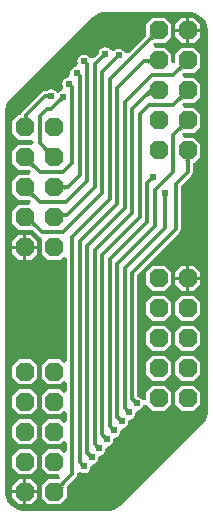
<source format=gtl>
G04*
G04 #@! TF.GenerationSoftware,Altium Limited,Altium Designer,19.1.9 (167)*
G04*
G04 Layer_Physical_Order=1*
G04 Layer_Color=255*
%FSLAX25Y25*%
%MOIN*%
G70*
G01*
G75*
%ADD12C,0.01200*%
%ADD13P,0.06818X8X112.5*%
%ADD14C,0.02400*%
G36*
X64833Y167440D02*
X65969Y166969D01*
X66991Y166286D01*
X67861Y165417D01*
X68544Y164394D01*
X69015Y163258D01*
X69254Y162052D01*
Y161437D01*
X69254Y34777D01*
Y34163D01*
X69015Y32956D01*
X68544Y31820D01*
X67861Y30798D01*
X67426Y30363D01*
X40543Y3479D01*
X40108Y3045D01*
X39085Y2362D01*
X37949Y1891D01*
X36743Y1651D01*
X7894D01*
X7279Y1651D01*
X6073Y1891D01*
X4937Y2362D01*
X3914Y3045D01*
X3045Y3914D01*
X2362Y4937D01*
X1891Y6073D01*
X1651Y7279D01*
X1651Y7894D01*
Y134553D01*
X1651Y135168D01*
X1891Y136374D01*
X2362Y137510D01*
X3045Y138533D01*
X3479Y138968D01*
X30363Y165851D01*
X30798Y166286D01*
X31820Y166969D01*
X32956Y167440D01*
X34163Y167680D01*
X34777Y167680D01*
X63627D01*
X64833Y167440D01*
D02*
G37*
%LPC*%
G36*
X64660Y165881D02*
X63085D01*
Y162232D01*
X66735D01*
Y163806D01*
X64660Y165881D01*
D02*
G37*
G36*
X62085D02*
X60511D01*
X58436Y163806D01*
Y162232D01*
X62085D01*
Y165881D01*
D02*
G37*
G36*
X66735Y161232D02*
X63085D01*
Y157582D01*
X64660D01*
X66735Y159657D01*
Y161232D01*
D02*
G37*
G36*
X62085D02*
X58436D01*
Y159657D01*
X60511Y157582D01*
X62085D01*
Y161232D01*
D02*
G37*
G36*
X54909Y165882D02*
X50760D01*
X48685Y163807D01*
Y159847D01*
X42857Y154019D01*
X41848Y154189D01*
X41503Y154362D01*
X41105Y154959D01*
X40377Y155446D01*
X39518Y155616D01*
X38660Y155446D01*
X38167Y155116D01*
X37817Y154991D01*
X36714Y155296D01*
X36605Y155459D01*
X35877Y155946D01*
X35018Y156116D01*
X34160Y155946D01*
X33432Y155459D01*
X32946Y154732D01*
X32793Y153962D01*
X32787Y153953D01*
X32763Y153925D01*
X31274Y152436D01*
X31032Y152394D01*
X29803Y152662D01*
X29605Y152960D01*
X28877Y153446D01*
X28018Y153616D01*
X27160Y153446D01*
X26432Y152960D01*
X25946Y152232D01*
X25775Y151373D01*
X25896Y150765D01*
X25725Y150245D01*
X25152Y149544D01*
X24660Y149446D01*
X23932Y148960D01*
X23446Y148232D01*
X23275Y147373D01*
X23293Y147285D01*
X23067Y146324D01*
X22419Y145997D01*
X22160Y145946D01*
X21432Y145459D01*
X20946Y144732D01*
X20775Y143873D01*
X20946Y143015D01*
X21113Y142766D01*
X21102Y142640D01*
X20573Y141528D01*
X20160Y141446D01*
X20013Y141347D01*
X19432Y140960D01*
X18410Y141589D01*
X17877Y141946D01*
X17018Y142116D01*
X16160Y141946D01*
X15507Y141509D01*
X15496Y141508D01*
X15460Y141505D01*
X15018D01*
X14394Y141381D01*
X13865Y141027D01*
X7365Y134527D01*
X7011Y133998D01*
X6917Y133524D01*
X6193D01*
X4118Y131449D01*
Y127299D01*
X6193Y125224D01*
X10343D01*
X11212Y124397D01*
X11214Y124349D01*
X11039Y124183D01*
X10131Y123524D01*
X6193D01*
X4118Y121449D01*
Y117299D01*
X6193Y115224D01*
X9833D01*
X10256Y114665D01*
X9615Y113524D01*
X6193D01*
X4118Y111449D01*
Y107299D01*
X6193Y105224D01*
X9833D01*
X10256Y104665D01*
X9615Y103524D01*
X6193D01*
X4118Y101449D01*
Y97299D01*
X6193Y95224D01*
X10343D01*
X10601Y95483D01*
X12864Y93221D01*
X13394Y92867D01*
X13558Y92834D01*
X14037Y91616D01*
X13869Y91448D01*
Y87299D01*
X15944Y85224D01*
X20093D01*
X21158Y86288D01*
X22358Y85791D01*
Y51456D01*
X21158Y50959D01*
X20093Y52023D01*
X15944D01*
X13869Y49948D01*
Y45799D01*
X15944Y43724D01*
X20093D01*
X21158Y44788D01*
X22358Y44291D01*
Y41456D01*
X21158Y40958D01*
X20093Y42023D01*
X15944D01*
X13869Y39948D01*
Y35799D01*
X15944Y33724D01*
X20093D01*
X21158Y34788D01*
X22358Y34291D01*
Y31456D01*
X21158Y30959D01*
X20093Y32023D01*
X15944D01*
X13869Y29948D01*
Y25799D01*
X15944Y23724D01*
X20093D01*
X21158Y24788D01*
X22358Y24291D01*
Y21456D01*
X21158Y20958D01*
X20093Y22023D01*
X15944D01*
X13869Y19948D01*
Y15799D01*
X15944Y13724D01*
X19366D01*
X20007Y12583D01*
X19583Y12023D01*
X15944D01*
X13869Y9948D01*
Y5799D01*
X15944Y3724D01*
X20093D01*
X22168Y5799D01*
Y9714D01*
X22177Y9725D01*
X25143Y12690D01*
X25496Y13220D01*
X25620Y13844D01*
Y13996D01*
X25640Y14015D01*
X26820Y14528D01*
X27160Y14301D01*
X28018Y14130D01*
X28877Y14301D01*
X29605Y14787D01*
X30091Y15515D01*
X30261Y16373D01*
X31303Y17286D01*
X31377Y17301D01*
X32105Y17787D01*
X32591Y18515D01*
X32761Y19373D01*
X33803Y20286D01*
X33877Y20301D01*
X34605Y20787D01*
X35091Y21515D01*
X35261Y22373D01*
X36303Y23286D01*
X36377Y23301D01*
X37105Y23787D01*
X37591Y24515D01*
X37762Y25373D01*
X38803Y26286D01*
X38877Y26301D01*
X39605Y26787D01*
X40091Y27515D01*
X40262Y28373D01*
X41303Y29286D01*
X41377Y29301D01*
X42105Y29787D01*
X42591Y30515D01*
X42761Y31373D01*
X43803Y32286D01*
X43877Y32301D01*
X44605Y32787D01*
X45091Y33515D01*
X45261Y34373D01*
X46303Y35286D01*
X46377Y35301D01*
X47105Y35787D01*
X47591Y36515D01*
X47630Y36710D01*
X48883Y36861D01*
X50760Y34984D01*
X54909D01*
X56984Y37059D01*
Y41209D01*
X54909Y43284D01*
X50760D01*
X48685Y41209D01*
Y38590D01*
X48112Y38402D01*
X47485Y38390D01*
X47105Y38960D01*
X46377Y39446D01*
X45650Y39590D01*
Y80198D01*
X59672Y94220D01*
X60026Y94749D01*
X60150Y95373D01*
Y109698D01*
X63739Y113287D01*
X64092Y113816D01*
X64217Y114440D01*
Y117582D01*
X64660D01*
X66735Y119657D01*
Y123806D01*
X64660Y125881D01*
X61238D01*
X60597Y127022D01*
X61020Y127582D01*
X64660D01*
X66735Y129657D01*
Y133806D01*
X64660Y135881D01*
X61238D01*
X60597Y137022D01*
X61020Y137582D01*
X64660D01*
X66735Y139657D01*
Y143806D01*
X64660Y145881D01*
X61238D01*
X60597Y147022D01*
X61020Y147582D01*
X64660D01*
X66735Y149657D01*
Y153806D01*
X64660Y155881D01*
X60511D01*
X58436Y153806D01*
Y150816D01*
X58184Y150650D01*
X56984Y151297D01*
Y153807D01*
X54909Y155882D01*
X51588D01*
X50967Y157055D01*
X51361Y157583D01*
X54909D01*
X56984Y159658D01*
Y163807D01*
X54909Y165882D01*
D02*
G37*
G36*
X10343Y93524D02*
X8768D01*
Y89874D01*
X12417D01*
Y91449D01*
X10343Y93524D01*
D02*
G37*
G36*
X7768D02*
X6193D01*
X4118Y91449D01*
Y89874D01*
X7768D01*
Y93524D01*
D02*
G37*
G36*
X12417Y88874D02*
X8768D01*
Y85224D01*
X10343D01*
X12417Y87299D01*
Y88874D01*
D02*
G37*
G36*
X7768D02*
X4118D01*
Y87299D01*
X6193Y85224D01*
X7768D01*
Y88874D01*
D02*
G37*
G36*
X64660Y83283D02*
X63085D01*
Y79633D01*
X66735D01*
Y81208D01*
X64660Y83283D01*
D02*
G37*
G36*
X62085D02*
X60511D01*
X58436Y81208D01*
Y79633D01*
X62085D01*
Y83283D01*
D02*
G37*
G36*
X54909Y83284D02*
X50760D01*
X48685Y81209D01*
Y77059D01*
X50760Y74984D01*
X54909D01*
X56984Y77059D01*
Y81209D01*
X54909Y83284D01*
D02*
G37*
G36*
X66735Y78633D02*
X63085D01*
Y74984D01*
X64660D01*
X66735Y77058D01*
Y78633D01*
D02*
G37*
G36*
X62085D02*
X58436D01*
Y77058D01*
X60511Y74984D01*
X62085D01*
Y78633D01*
D02*
G37*
G36*
X54909Y73283D02*
X50760D01*
X48685Y71209D01*
Y67059D01*
X50760Y64984D01*
X54909D01*
X56984Y67059D01*
Y71209D01*
X54909Y73283D01*
D02*
G37*
G36*
X64660Y73283D02*
X60511D01*
X58436Y71208D01*
Y67058D01*
X60511Y64984D01*
X64660D01*
X66735Y67058D01*
Y71208D01*
X64660Y73283D01*
D02*
G37*
G36*
X54909Y63283D02*
X50760D01*
X48685Y61209D01*
Y57059D01*
X50760Y54984D01*
X54909D01*
X56984Y57059D01*
Y61209D01*
X54909Y63283D01*
D02*
G37*
G36*
X64660Y63283D02*
X60511D01*
X58436Y61208D01*
Y57058D01*
X60511Y54984D01*
X64660D01*
X66735Y57058D01*
Y61208D01*
X64660Y63283D01*
D02*
G37*
G36*
X54909Y53284D02*
X50760D01*
X48685Y51209D01*
Y47059D01*
X50760Y44984D01*
X54909D01*
X56984Y47059D01*
Y51209D01*
X54909Y53284D01*
D02*
G37*
G36*
X64660Y53283D02*
X60511D01*
X58436Y51208D01*
Y47058D01*
X60511Y44984D01*
X64660D01*
X66735Y47058D01*
Y51208D01*
X64660Y53283D01*
D02*
G37*
G36*
X10343Y52024D02*
X6193D01*
X4118Y49949D01*
Y45799D01*
X6193Y43724D01*
X10343D01*
X12417Y45799D01*
Y49949D01*
X10343Y52024D01*
D02*
G37*
G36*
X64660Y43283D02*
X60511D01*
X58436Y41208D01*
Y37058D01*
X60511Y34984D01*
X64660D01*
X66735Y37058D01*
Y41208D01*
X64660Y43283D01*
D02*
G37*
G36*
X10343Y42024D02*
X6193D01*
X4118Y39949D01*
Y35799D01*
X6193Y33724D01*
X10343D01*
X12417Y35799D01*
Y39949D01*
X10343Y42024D01*
D02*
G37*
G36*
Y32024D02*
X6193D01*
X4118Y29949D01*
Y25799D01*
X6193Y23724D01*
X10343D01*
X12417Y25799D01*
Y29949D01*
X10343Y32024D01*
D02*
G37*
G36*
Y22024D02*
X6193D01*
X4118Y19949D01*
Y15799D01*
X6193Y13724D01*
X10343D01*
X12417Y15799D01*
Y19949D01*
X10343Y22024D01*
D02*
G37*
G36*
Y12024D02*
X8768D01*
Y8374D01*
X12417D01*
Y9949D01*
X10343Y12024D01*
D02*
G37*
G36*
X7768D02*
X6193D01*
X4118Y9949D01*
Y8374D01*
X7768D01*
Y12024D01*
D02*
G37*
G36*
X12417Y7374D02*
X8768D01*
Y3724D01*
X10343D01*
X12417Y5799D01*
Y7374D01*
D02*
G37*
G36*
X7768D02*
X4118D01*
Y5799D01*
X6193Y3724D01*
X7768D01*
Y7374D01*
D02*
G37*
%LPD*%
G36*
X51437Y158607D02*
X51346Y158675D01*
X51245Y158716D01*
X51134Y158731D01*
X51014Y158719D01*
X50883Y158680D01*
X50742Y158615D01*
X50591Y158522D01*
X50430Y158403D01*
X50259Y158257D01*
X50078Y158085D01*
X49230Y158933D01*
X49398Y159110D01*
X49540Y159277D01*
X49654Y159433D01*
X49742Y159580D01*
X49804Y159716D01*
X49838Y159843D01*
X49846Y159959D01*
X49827Y160066D01*
X49782Y160162D01*
X49709Y160249D01*
X51437Y158607D01*
D02*
G37*
G36*
X35006Y152673D02*
X34938Y152669D01*
X34867Y152656D01*
X34793Y152633D01*
X34716Y152600D01*
X34637Y152558D01*
X34554Y152506D01*
X34470Y152445D01*
X34382Y152375D01*
X34199Y152205D01*
X33350Y153054D01*
X33440Y153147D01*
X33590Y153324D01*
X33652Y153409D01*
X33703Y153491D01*
X33745Y153571D01*
X33778Y153648D01*
X33801Y153721D01*
X33814Y153793D01*
X33819Y153861D01*
X35006Y152673D01*
D02*
G37*
G36*
X39506Y152173D02*
X39438Y152169D01*
X39367Y152156D01*
X39293Y152133D01*
X39216Y152100D01*
X39136Y152058D01*
X39054Y152006D01*
X38969Y151945D01*
X38882Y151875D01*
X38699Y151705D01*
X37850Y152554D01*
X37940Y152647D01*
X38090Y152824D01*
X38151Y152909D01*
X38203Y152991D01*
X38245Y153071D01*
X38278Y153148D01*
X38301Y153221D01*
X38314Y153293D01*
X38318Y153361D01*
X39506Y152173D01*
D02*
G37*
G36*
X49709Y150173D02*
X49697Y150287D01*
X49661Y150389D01*
X49600Y150479D01*
X49515Y150557D01*
X49406Y150623D01*
X49273Y150677D01*
X49115Y150719D01*
X48933Y150749D01*
X48727Y150767D01*
X48497Y150773D01*
Y151973D01*
X48727Y151979D01*
X48933Y151997D01*
X49115Y152027D01*
X49273Y152069D01*
X49406Y152123D01*
X49515Y152189D01*
X49600Y152267D01*
X49661Y152357D01*
X49697Y152459D01*
X49709Y152573D01*
Y150173D01*
D02*
G37*
G36*
X61145Y148606D02*
X61056Y148676D01*
X60957Y148720D01*
X60849Y148737D01*
X60730Y148727D01*
X60602Y148690D01*
X60463Y148627D01*
X60314Y148537D01*
X60155Y148420D01*
X59987Y148276D01*
X59808Y148106D01*
X58959Y148954D01*
X59130Y149133D01*
X59273Y149302D01*
X59390Y149460D01*
X59480Y149609D01*
X59544Y149748D01*
X59580Y149876D01*
X59590Y149995D01*
X59574Y150104D01*
X59530Y150202D01*
X59460Y150291D01*
X61145Y148606D01*
D02*
G37*
G36*
X50110Y139768D02*
X50079Y139898D01*
X50027Y139990D01*
X49954Y140045D01*
X49860Y140061D01*
X49744Y140039D01*
X49608Y139978D01*
X49450Y139880D01*
X49270Y139743D01*
X49070Y139568D01*
X48849Y139355D01*
Y141052D01*
X49030Y141242D01*
X49329Y141608D01*
X49447Y141784D01*
X49543Y141956D01*
X49619Y142124D01*
X49673Y142287D01*
X49706Y142445D01*
X49718Y142599D01*
X49709Y142749D01*
X50110Y139768D01*
D02*
G37*
G36*
X16161Y139033D02*
X16110Y139079D01*
X16050Y139120D01*
X15981Y139156D01*
X15904Y139187D01*
X15818Y139213D01*
X15724Y139235D01*
X15621Y139252D01*
X15509Y139264D01*
X15259Y139273D01*
Y140473D01*
X15388Y140476D01*
X15621Y140495D01*
X15724Y140512D01*
X15818Y140533D01*
X15904Y140560D01*
X15981Y140591D01*
X16050Y140627D01*
X16110Y140668D01*
X16161Y140713D01*
Y139033D01*
D02*
G37*
G36*
X61145Y138606D02*
X61056Y138676D01*
X60957Y138720D01*
X60849Y138737D01*
X60730Y138727D01*
X60602Y138690D01*
X60463Y138627D01*
X60314Y138537D01*
X60155Y138420D01*
X59987Y138276D01*
X59808Y138106D01*
X58959Y138954D01*
X59130Y139133D01*
X59273Y139302D01*
X59390Y139460D01*
X59480Y139609D01*
X59544Y139748D01*
X59580Y139876D01*
X59590Y139995D01*
X59574Y140104D01*
X59530Y140202D01*
X59460Y140291D01*
X61145Y138606D01*
D02*
G37*
G36*
X21006Y138173D02*
X20938Y138169D01*
X20867Y138156D01*
X20793Y138133D01*
X20716Y138100D01*
X20637Y138058D01*
X20554Y138006D01*
X20470Y137945D01*
X20382Y137875D01*
X20199Y137705D01*
X19350Y138554D01*
X19440Y138647D01*
X19590Y138824D01*
X19651Y138909D01*
X19703Y138991D01*
X19745Y139071D01*
X19778Y139148D01*
X19801Y139222D01*
X19814Y139293D01*
X19818Y139361D01*
X21006Y138173D01*
D02*
G37*
G36*
X9121Y133207D02*
X9142Y132928D01*
X9160Y132814D01*
X9184Y132718D01*
X9213Y132639D01*
X9247Y132578D01*
X9286Y132535D01*
X9330Y132508D01*
X9380Y132500D01*
X7657D01*
X7706Y132508D01*
X7751Y132535D01*
X7790Y132578D01*
X7824Y132639D01*
X7853Y132718D01*
X7877Y132814D01*
X7895Y132928D01*
X7908Y133059D01*
X7918Y133373D01*
X9118D01*
X9121Y133207D01*
D02*
G37*
G36*
X61145Y128606D02*
X61056Y128676D01*
X60957Y128720D01*
X60849Y128737D01*
X60730Y128727D01*
X60602Y128690D01*
X60463Y128627D01*
X60314Y128536D01*
X60155Y128420D01*
X59987Y128276D01*
X59808Y128106D01*
X58959Y128954D01*
X59130Y129133D01*
X59273Y129302D01*
X59390Y129460D01*
X59480Y129609D01*
X59544Y129748D01*
X59580Y129876D01*
X59590Y129995D01*
X59574Y130104D01*
X59530Y130202D01*
X59460Y130291D01*
X61145Y128606D01*
D02*
G37*
G36*
X15420Y122829D02*
X15588Y122685D01*
X15747Y122569D01*
X15896Y122478D01*
X16035Y122415D01*
X16163Y122378D01*
X16282Y122368D01*
X16391Y122385D01*
X16489Y122429D01*
X16578Y122499D01*
X14893Y120814D01*
X14963Y120903D01*
X15007Y121001D01*
X15023Y121110D01*
X15013Y121229D01*
X14977Y121357D01*
X14913Y121496D01*
X14823Y121645D01*
X14706Y121803D01*
X14563Y121972D01*
X14392Y122151D01*
X15241Y122999D01*
X15420Y122829D01*
D02*
G37*
G36*
X63671Y118594D02*
X63569Y118558D01*
X63479Y118497D01*
X63401Y118412D01*
X63335Y118303D01*
X63281Y118170D01*
X63239Y118012D01*
X63209Y117830D01*
X63191Y117624D01*
X63185Y117394D01*
X61985D01*
X61979Y117624D01*
X61961Y117830D01*
X61931Y118012D01*
X61889Y118170D01*
X61835Y118303D01*
X61769Y118412D01*
X61691Y118497D01*
X61601Y118558D01*
X61499Y118594D01*
X61385Y118606D01*
X63785D01*
X63671Y118594D01*
D02*
G37*
G36*
X11323Y117845D02*
X11280Y117746D01*
X11263Y117638D01*
X11273Y117519D01*
X11309Y117390D01*
X11373Y117251D01*
X11463Y117103D01*
X11580Y116944D01*
X11723Y116775D01*
X11894Y116597D01*
X11045Y115748D01*
X10866Y115918D01*
X10698Y116062D01*
X10539Y116179D01*
X10390Y116269D01*
X10252Y116332D01*
X10123Y116369D01*
X10004Y116379D01*
X9896Y116362D01*
X9797Y116319D01*
X9708Y116248D01*
X11393Y117933D01*
X11323Y117845D01*
D02*
G37*
G36*
X51006Y111673D02*
X50938Y111669D01*
X50867Y111656D01*
X50793Y111633D01*
X50716Y111600D01*
X50637Y111558D01*
X50554Y111506D01*
X50469Y111445D01*
X50382Y111375D01*
X50199Y111205D01*
X49350Y112054D01*
X49440Y112147D01*
X49590Y112325D01*
X49652Y112409D01*
X49703Y112491D01*
X49745Y112571D01*
X49778Y112648D01*
X49801Y112722D01*
X49814Y112793D01*
X49819Y112861D01*
X51006Y111673D01*
D02*
G37*
G36*
X21168Y110459D02*
X21204Y110357D01*
X21264Y110267D01*
X21348Y110189D01*
X21456Y110123D01*
X21588Y110069D01*
X21744Y110027D01*
X21924Y109997D01*
X22128Y109979D01*
X22356Y109973D01*
Y108773D01*
X22128Y108767D01*
X21924Y108749D01*
X21744Y108719D01*
X21588Y108677D01*
X21456Y108623D01*
X21348Y108557D01*
X21264Y108479D01*
X21204Y108389D01*
X21168Y108287D01*
X21156Y108173D01*
Y110573D01*
X21168Y110459D01*
D02*
G37*
G36*
X11323Y107845D02*
X11280Y107746D01*
X11263Y107638D01*
X11273Y107519D01*
X11309Y107390D01*
X11373Y107251D01*
X11463Y107103D01*
X11580Y106944D01*
X11723Y106775D01*
X11894Y106597D01*
X11045Y105748D01*
X10866Y105918D01*
X10698Y106062D01*
X10539Y106179D01*
X10390Y106269D01*
X10252Y106332D01*
X10123Y106369D01*
X10004Y106379D01*
X9896Y106362D01*
X9797Y106319D01*
X9708Y106248D01*
X11393Y107933D01*
X11323Y107845D01*
D02*
G37*
G36*
X55813Y106465D02*
X55772Y106405D01*
X55736Y106336D01*
X55705Y106259D01*
X55678Y106173D01*
X55657Y106079D01*
X55640Y105975D01*
X55628Y105864D01*
X55618Y105614D01*
X54418D01*
X54416Y105743D01*
X54397Y105975D01*
X54380Y106079D01*
X54358Y106173D01*
X54332Y106259D01*
X54301Y106336D01*
X54265Y106405D01*
X54224Y106465D01*
X54178Y106516D01*
X55858D01*
X55813Y106465D01*
D02*
G37*
G36*
X21011Y101021D02*
X21052Y100945D01*
X21116Y100878D01*
X21203Y100819D01*
X21313Y100770D01*
X21445Y100730D01*
X21600Y100699D01*
X21779Y100676D01*
X21980Y100663D01*
X22203Y100658D01*
Y99458D01*
X21998Y99454D01*
X21655Y99418D01*
X21516Y99387D01*
X21400Y99347D01*
X21307Y99297D01*
X21236Y99239D01*
X21187Y99172D01*
X21160Y99096D01*
X21156Y99011D01*
X20992Y101106D01*
X21011Y101021D01*
D02*
G37*
G36*
X11346Y98572D02*
X11328Y98447D01*
X11340Y98310D01*
X11382Y98159D01*
X11453Y97996D01*
X11554Y97820D01*
X11685Y97631D01*
X11845Y97429D01*
X12034Y97214D01*
X12254Y96987D01*
X11420Y96123D01*
X11233Y96301D01*
X11060Y96450D01*
X10899Y96568D01*
X10751Y96656D01*
X10617Y96715D01*
X10495Y96743D01*
X10386Y96741D01*
X10291Y96709D01*
X10208Y96648D01*
X10139Y96556D01*
X11393Y98684D01*
X11346Y98572D01*
D02*
G37*
G36*
X44792Y38952D02*
X44969Y38801D01*
X45054Y38740D01*
X45136Y38689D01*
X45216Y38647D01*
X45293Y38614D01*
X45367Y38591D01*
X45438Y38577D01*
X45506Y38573D01*
X44319Y37385D01*
X44314Y37454D01*
X44301Y37525D01*
X44278Y37599D01*
X44245Y37676D01*
X44203Y37755D01*
X44151Y37837D01*
X44090Y37922D01*
X44020Y38010D01*
X43850Y38193D01*
X44699Y39042D01*
X44792Y38952D01*
D02*
G37*
G36*
X42292Y35952D02*
X42469Y35801D01*
X42554Y35740D01*
X42636Y35689D01*
X42716Y35647D01*
X42793Y35614D01*
X42867Y35591D01*
X42938Y35577D01*
X43006Y35573D01*
X41818Y34385D01*
X41814Y34454D01*
X41801Y34525D01*
X41778Y34599D01*
X41745Y34676D01*
X41703Y34755D01*
X41651Y34837D01*
X41590Y34922D01*
X41520Y35010D01*
X41350Y35193D01*
X42199Y36042D01*
X42292Y35952D01*
D02*
G37*
G36*
X39792Y32952D02*
X39970Y32801D01*
X40054Y32740D01*
X40137Y32689D01*
X40216Y32647D01*
X40293Y32614D01*
X40367Y32591D01*
X40438Y32577D01*
X40506Y32573D01*
X39318Y31385D01*
X39314Y31454D01*
X39301Y31525D01*
X39278Y31599D01*
X39245Y31676D01*
X39203Y31755D01*
X39151Y31837D01*
X39090Y31922D01*
X39020Y32010D01*
X38850Y32193D01*
X39699Y33042D01*
X39792Y32952D01*
D02*
G37*
G36*
X37292Y29952D02*
X37470Y29801D01*
X37554Y29740D01*
X37637Y29689D01*
X37716Y29647D01*
X37793Y29614D01*
X37867Y29591D01*
X37938Y29577D01*
X38006Y29573D01*
X36819Y28385D01*
X36814Y28454D01*
X36801Y28525D01*
X36778Y28599D01*
X36745Y28676D01*
X36703Y28755D01*
X36652Y28837D01*
X36590Y28922D01*
X36520Y29010D01*
X36350Y29193D01*
X37199Y30042D01*
X37292Y29952D01*
D02*
G37*
G36*
X34900Y26975D02*
X35077Y26822D01*
X35161Y26759D01*
X35241Y26705D01*
X35319Y26660D01*
X35394Y26624D01*
X35466Y26597D01*
X35534Y26579D01*
X35600Y26571D01*
X34323Y25479D01*
X34324Y25548D01*
X34315Y25621D01*
X34296Y25696D01*
X34267Y25774D01*
X34228Y25854D01*
X34179Y25937D01*
X34119Y26022D01*
X34050Y26110D01*
X33971Y26200D01*
X33882Y26293D01*
X34807Y27065D01*
X34900Y26975D01*
D02*
G37*
G36*
X32292Y23952D02*
X32469Y23801D01*
X32554Y23740D01*
X32636Y23689D01*
X32716Y23647D01*
X32793Y23614D01*
X32867Y23591D01*
X32938Y23577D01*
X33006Y23573D01*
X31819Y22385D01*
X31814Y22454D01*
X31801Y22525D01*
X31778Y22599D01*
X31745Y22676D01*
X31703Y22755D01*
X31651Y22838D01*
X31590Y22922D01*
X31520Y23010D01*
X31350Y23193D01*
X32199Y24042D01*
X32292Y23952D01*
D02*
G37*
G36*
X29792Y20952D02*
X29969Y20801D01*
X30054Y20740D01*
X30136Y20689D01*
X30216Y20647D01*
X30293Y20614D01*
X30367Y20591D01*
X30438Y20577D01*
X30506Y20573D01*
X29318Y19385D01*
X29314Y19454D01*
X29301Y19525D01*
X29278Y19599D01*
X29245Y19676D01*
X29203Y19755D01*
X29151Y19838D01*
X29090Y19922D01*
X29020Y20010D01*
X28850Y20193D01*
X29699Y21042D01*
X29792Y20952D01*
D02*
G37*
G36*
X27292Y17952D02*
X27470Y17801D01*
X27554Y17740D01*
X27637Y17689D01*
X27716Y17647D01*
X27793Y17614D01*
X27867Y17591D01*
X27938Y17577D01*
X28006Y17573D01*
X26818Y16385D01*
X26814Y16454D01*
X26801Y16525D01*
X26778Y16599D01*
X26745Y16676D01*
X26703Y16755D01*
X26651Y16838D01*
X26590Y16922D01*
X26520Y17010D01*
X26350Y17193D01*
X27199Y18042D01*
X27292Y17952D01*
D02*
G37*
G36*
X21644Y10651D02*
X21474Y10472D01*
X21330Y10303D01*
X21214Y10145D01*
X21123Y9996D01*
X21060Y9857D01*
X21023Y9729D01*
X21013Y9610D01*
X21030Y9501D01*
X21074Y9403D01*
X21144Y9314D01*
X19459Y10999D01*
X19548Y10929D01*
X19646Y10885D01*
X19755Y10868D01*
X19874Y10878D01*
X20002Y10915D01*
X20141Y10978D01*
X20290Y11068D01*
X20448Y11185D01*
X20617Y11329D01*
X20796Y11499D01*
X21644Y10651D01*
D02*
G37*
D12*
X36518Y29873D02*
X38018Y28373D01*
X57677Y126823D02*
X62585Y131732D01*
X57677Y114532D02*
Y126823D01*
X51518Y108373D02*
X57677Y114532D01*
X13189Y133044D02*
X15518Y135373D01*
X13189Y124203D02*
Y133044D01*
Y124203D02*
X18018Y119373D01*
X21019Y114374D02*
X24018Y117373D01*
X13268Y114374D02*
X21019D01*
X8268Y119374D02*
X13268Y114374D01*
X22019Y104374D02*
X29018Y111373D01*
X13268Y104374D02*
X22019D01*
X8268Y109374D02*
X13268Y104374D01*
X21019Y94374D02*
X34018Y107373D01*
X14018Y94374D02*
X21019D01*
X9018Y99374D02*
X14018Y94374D01*
X44018Y38873D02*
X45518Y37373D01*
X41518Y35873D02*
X43018Y34373D01*
X39018Y32873D02*
X40518Y31373D01*
X34018Y27005D02*
X35433Y25591D01*
X31518Y23873D02*
X33018Y22373D01*
X29018Y20873D02*
X30518Y19373D01*
X26518Y17873D02*
X28018Y16373D01*
X26518Y17873D02*
Y91373D01*
X15518Y135373D02*
X17018D01*
X8268Y99374D02*
X9018D01*
X57727Y136873D02*
X62585Y141732D01*
X49518Y136873D02*
X57727D01*
Y146873D02*
X62585Y151732D01*
X50518Y146873D02*
X57727D01*
X17018Y135373D02*
X21018Y139373D01*
X15018Y139873D02*
X17018D01*
X8518Y133373D02*
X15018Y139873D01*
X8518Y129625D02*
Y133373D01*
X8268Y129374D02*
X8518Y129625D01*
X23018Y143873D02*
X24018Y142873D01*
X25518Y147373D02*
X26518Y146373D01*
Y113373D02*
Y146373D01*
X28018Y151373D02*
X29018Y150373D01*
Y111373D02*
Y150373D01*
X31518D02*
X35018Y153873D01*
X31518Y109373D02*
Y150373D01*
X34018Y147873D02*
X39518Y153373D01*
X34018Y107373D02*
Y147873D01*
X55018Y95873D02*
Y107373D01*
X41518Y82373D02*
X55018Y95873D01*
X62585Y114440D02*
Y121732D01*
X58518Y110373D02*
X62585Y114440D01*
X58518Y95373D02*
Y110373D01*
X44018Y80873D02*
X58518Y95373D01*
X51518Y96373D02*
Y108373D01*
X39018Y83873D02*
X51518Y96373D01*
X50377Y141732D02*
X52835D01*
X44018Y135373D02*
X50377Y141732D01*
X44018Y100873D02*
Y135373D01*
X49018Y110873D02*
X50768Y112623D01*
X49018Y97873D02*
Y110873D01*
X36518Y85373D02*
X49018Y97873D01*
X46518Y133873D02*
X49518Y136873D01*
X46518Y99373D02*
Y133873D01*
X34018Y86873D02*
X46518Y99373D01*
X31518Y88373D02*
X44018Y100873D01*
X52476Y151373D02*
X52835Y151732D01*
X48018Y151373D02*
X52476D01*
X39018Y142373D02*
X48018Y151373D01*
X39018Y103873D02*
Y142373D01*
X41518Y137873D02*
X50518Y146873D01*
X41518Y102373D02*
Y137873D01*
X29018Y89873D02*
X41518Y102373D01*
X26518Y91373D02*
X39018Y103873D01*
X36518Y145373D02*
X52835Y161690D01*
X36518Y105373D02*
Y145373D01*
X23989Y92844D02*
X36518Y105373D01*
X22203Y100058D02*
X31518Y109373D01*
X18703Y100058D02*
X22203D01*
X18018Y99373D02*
X18703Y100058D01*
X24018Y117373D02*
Y142873D01*
X52779Y79134D02*
X52835D01*
X18018Y87873D02*
Y89373D01*
X22518Y109373D02*
X26518Y113373D01*
X18018Y109373D02*
X22518D01*
X23989Y13844D02*
Y92844D01*
X52835Y161690D02*
Y161732D01*
X29018Y20873D02*
Y89873D01*
X31518Y23873D02*
Y88373D01*
X34018Y27005D02*
Y86873D01*
X36518Y29873D02*
Y85373D01*
X44018Y38873D02*
Y80873D01*
X39018Y32873D02*
Y83873D01*
X41518Y35873D02*
Y82373D01*
X18018Y7873D02*
X23989Y13844D01*
D13*
X52835Y59134D02*
D03*
Y49134D02*
D03*
Y39134D02*
D03*
Y69134D02*
D03*
Y79134D02*
D03*
X62585Y79133D02*
D03*
Y69133D02*
D03*
Y39133D02*
D03*
Y49133D02*
D03*
Y59133D02*
D03*
X52835Y141732D02*
D03*
Y131732D02*
D03*
Y121732D02*
D03*
Y151732D02*
D03*
Y161732D02*
D03*
X62585Y161732D02*
D03*
Y151732D02*
D03*
Y121732D02*
D03*
Y131732D02*
D03*
Y141732D02*
D03*
X18018Y27873D02*
D03*
Y17873D02*
D03*
Y7873D02*
D03*
Y37873D02*
D03*
Y47873D02*
D03*
X8268Y47874D02*
D03*
Y37874D02*
D03*
Y7874D02*
D03*
Y17874D02*
D03*
Y27874D02*
D03*
X18018Y109373D02*
D03*
Y99373D02*
D03*
Y89373D02*
D03*
Y119373D02*
D03*
Y129373D02*
D03*
X8268Y129374D02*
D03*
Y119374D02*
D03*
Y89374D02*
D03*
Y99374D02*
D03*
Y109374D02*
D03*
D14*
X21654Y154331D02*
D03*
X45276Y159055D02*
D03*
X33071Y165748D02*
D03*
X11417Y144488D02*
D03*
X3543Y124409D02*
D03*
Y104331D02*
D03*
X12205Y70079D02*
D03*
X20866Y83858D02*
D03*
X3543Y58661D02*
D03*
X20472Y57087D02*
D03*
X3543Y42913D02*
D03*
Y22835D02*
D03*
X22441Y3543D02*
D03*
X52362Y18110D02*
D03*
X37795Y3543D02*
D03*
X40157Y24016D02*
D03*
X48425Y33858D02*
D03*
X27559Y11811D02*
D03*
X65354Y30709D02*
D03*
X67716Y44094D02*
D03*
Y64173D02*
D03*
Y96457D02*
D03*
X67323Y127165D02*
D03*
Y146457D02*
D03*
X61811Y108661D02*
D03*
X53543Y85433D02*
D03*
X45518Y37373D02*
D03*
X28018Y16373D02*
D03*
X17018Y139873D02*
D03*
X23018Y143873D02*
D03*
X21018Y139373D02*
D03*
X25518Y147373D02*
D03*
X28018Y151373D02*
D03*
X35018Y153873D02*
D03*
X39518Y153373D02*
D03*
X55018Y107373D02*
D03*
X51018Y112873D02*
D03*
X43018Y34373D02*
D03*
X40518Y31373D02*
D03*
X38018Y28373D02*
D03*
X35518Y25373D02*
D03*
X33018Y22373D02*
D03*
X30518Y19373D02*
D03*
M02*

</source>
